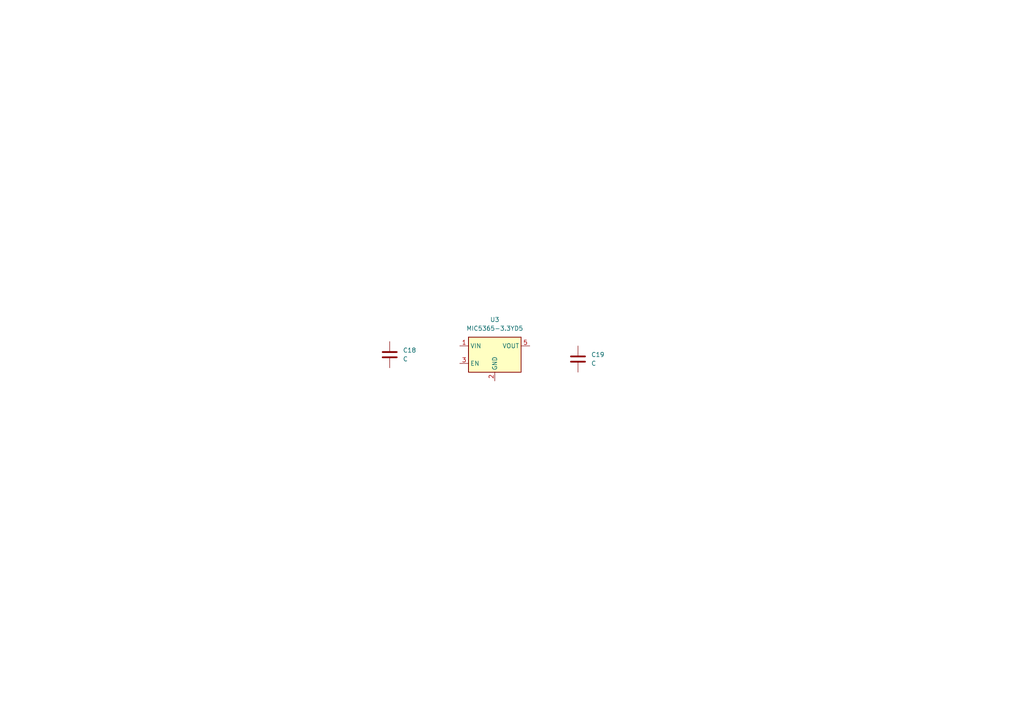
<source format=kicad_sch>
(kicad_sch (version 20250114) (generator "eeschema") (generator_version "9.0")
  (paper "A4")
  (lib_symbols
    (symbol "Device:C" (pin_numbers (hide yes)) (pin_names (offset 0.254))
      (property "Reference" "C" (at 0.635 2.54 0))
      (property "Value" "C" (at 0.635 -2.54 0))
      (symbol "C_0_1"
        (polyline (pts (xy -2.032 0.762) (xy 2.032 0.762)) (stroke (width 0.508)))
        (polyline (pts (xy -2.032 -0.762) (xy 2.032 -0.762)) (stroke (width 0.508)))
      )
      (symbol "C_1_1"
        (pin passive line (at 0 3.81 270) (length 2.794) (name "~") (number "1"))
        (pin passive line (at 0 -3.81 90) (length 2.794) (name "~") (number "2"))
      )
    )
    (symbol "Regulator_Linear:MIC5365-3.3YD5"
      (property "Reference" "U" (at -7.62 6.35 0))
      (property "Value" "MIC5365-3.3YD5" (at 0 6.35 0))
      (symbol "MIC5365-3.3YD5_0_1"
        (rectangle (start -7.62 -5.08) (end 7.62 5.08) (stroke (width 0.254)) (fill (type background)))
      )
      (symbol "MIC5365-3.3YD5_1_1"
        (pin power_in line (at -10.16 2.54 0) (length 2.54) (name "VIN") (number "1"))
        (pin input line (at -10.16 -2.54 0) (length 2.54) (name "EN") (number "3"))
        (pin power_in line (at 0 -7.62 90) (length 2.54) (name "GND") (number "2"))
        (pin no_connect line (at 7.62 -2.54 180) (length 2.54) (hide yes) (name "NC") (number "4"))
        (pin power_out line (at 10.16 2.54 180) (length 2.54) (name "VOUT") (number "5"))
      )
    )
  )
  (symbol (lib_id "Regulator_Linear:MIC5365-3.3YD5") (at 143.51 102.87 0) (unit 1)
    (property "Reference" "U3" (at 143.51 92.71 0))
    (property "Value" "MIC5365-3.3YD5" (at 143.51 95.25 0))
    (property "Footprint" "Package_TO_SOT_SMD:SOT-23-5" (effects (hide yes)))
    (property "Datasheet" "http://ww1.microchip.com/downloads/en/DeviceDoc/mic5365.pdf" (effects (hide yes)))
    (property "Description" "150mA Low-dropout Voltage Regulator, Vout 3.3V, Vin up to 5.5V, SOT-23-5" (effects (hide yes)))
  )
  (symbol (lib_id "Device:C") (at 167.64 104.14 0) (unit 1)
    (property "Reference" "C19" (at 171.45 102.8699 0) (effects (justify left)))
    (property "Value" "C" (at 171.45 105.4099 0) (effects (justify left)))
    (property "Description" "Unpolarized capacitor" (effects (hide yes)))
  )
  (symbol (lib_id "Device:C") (at 113.03 102.87 0) (unit 1)
    (property "Reference" "C18" (at 116.84 101.5999 0) (effects (justify left)))
    (property "Value" "C" (at 116.84 104.1399 0) (effects (justify left)))
    (property "Description" "Unpolarized capacitor" (effects (hide yes)))
  )
)
</source>
